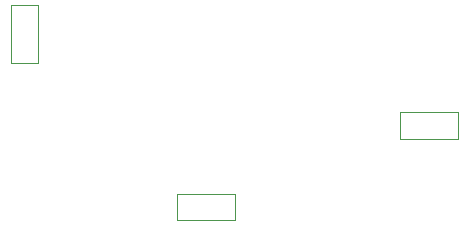
<source format=gbr>
G04 #@! TF.GenerationSoftware,KiCad,Pcbnew,(5.1.5-0-10_14)*
G04 #@! TF.CreationDate,2020-06-28T15:17:39+02:00*
G04 #@! TF.ProjectId,ESP8266-PowerMonitor,45535038-3236-4362-9d50-6f7765724d6f,rev?*
G04 #@! TF.SameCoordinates,Original*
G04 #@! TF.FileFunction,Other,User*
%FSLAX46Y46*%
G04 Gerber Fmt 4.6, Leading zero omitted, Abs format (unit mm)*
G04 Created by KiCad (PCBNEW (5.1.5-0-10_14)) date 2020-06-28 15:17:39*
%MOMM*%
%LPD*%
G04 APERTURE LIST*
%ADD10C,0.050000*%
G04 APERTURE END LIST*
D10*
X152262500Y-116670000D02*
X157162500Y-116670000D01*
X152262500Y-114430000D02*
X152262500Y-116670000D01*
X157162500Y-114430000D02*
X152262500Y-114430000D01*
X157162500Y-116670000D02*
X157162500Y-114430000D01*
X176087500Y-109770000D02*
X176087500Y-107530000D01*
X176087500Y-107530000D02*
X171187500Y-107530000D01*
X171187500Y-107530000D02*
X171187500Y-109770000D01*
X171187500Y-109770000D02*
X176087500Y-109770000D01*
X138280000Y-103350000D02*
X140520000Y-103350000D01*
X140520000Y-103350000D02*
X140520000Y-98450000D01*
X140520000Y-98450000D02*
X138280000Y-98450000D01*
X138280000Y-98450000D02*
X138280000Y-103350000D01*
M02*

</source>
